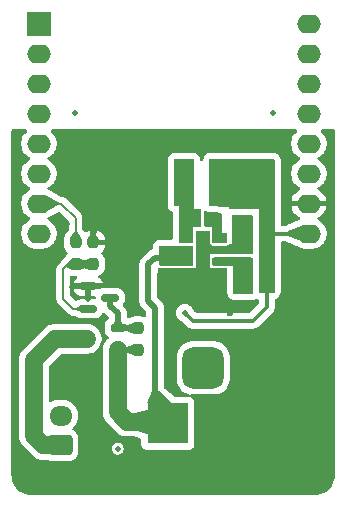
<source format=gbr>
%TF.GenerationSoftware,KiCad,Pcbnew,8.0.4-1.fc40*%
%TF.CreationDate,2024-08-22T17:25:05+02:00*%
%TF.ProjectId,WLED_Board,574c4544-5f42-46f6-9172-642e6b696361,rev?*%
%TF.SameCoordinates,Original*%
%TF.FileFunction,Copper,L4,Bot*%
%TF.FilePolarity,Positive*%
%FSLAX46Y46*%
G04 Gerber Fmt 4.6, Leading zero omitted, Abs format (unit mm)*
G04 Created by KiCad (PCBNEW 8.0.4-1.fc40) date 2024-08-22 17:25:05*
%MOMM*%
%LPD*%
G01*
G04 APERTURE LIST*
G04 Aperture macros list*
%AMRoundRect*
0 Rectangle with rounded corners*
0 $1 Rounding radius*
0 $2 $3 $4 $5 $6 $7 $8 $9 X,Y pos of 4 corners*
0 Add a 4 corners polygon primitive as box body*
4,1,4,$2,$3,$4,$5,$6,$7,$8,$9,$2,$3,0*
0 Add four circle primitives for the rounded corners*
1,1,$1+$1,$2,$3*
1,1,$1+$1,$4,$5*
1,1,$1+$1,$6,$7*
1,1,$1+$1,$8,$9*
0 Add four rect primitives between the rounded corners*
20,1,$1+$1,$2,$3,$4,$5,0*
20,1,$1+$1,$4,$5,$6,$7,0*
20,1,$1+$1,$6,$7,$8,$9,0*
20,1,$1+$1,$8,$9,$2,$3,0*%
G04 Aperture macros list end*
%TA.AperFunction,ComponentPad*%
%ADD10R,2.000000X2.000000*%
%TD*%
%TA.AperFunction,ComponentPad*%
%ADD11O,2.000000X1.600000*%
%TD*%
%TA.AperFunction,ComponentPad*%
%ADD12RoundRect,0.250000X0.725000X-0.600000X0.725000X0.600000X-0.725000X0.600000X-0.725000X-0.600000X0*%
%TD*%
%TA.AperFunction,ComponentPad*%
%ADD13O,1.950000X1.700000*%
%TD*%
%TA.AperFunction,ComponentPad*%
%ADD14R,3.500000X3.500000*%
%TD*%
%TA.AperFunction,ComponentPad*%
%ADD15RoundRect,0.750000X0.750000X1.000000X-0.750000X1.000000X-0.750000X-1.000000X0.750000X-1.000000X0*%
%TD*%
%TA.AperFunction,ComponentPad*%
%ADD16RoundRect,0.875000X0.875000X0.875000X-0.875000X0.875000X-0.875000X-0.875000X0.875000X-0.875000X0*%
%TD*%
%TA.AperFunction,SMDPad,CuDef*%
%ADD17R,1.500000X3.600000*%
%TD*%
%TA.AperFunction,SMDPad,CuDef*%
%ADD18RoundRect,0.150000X-0.587500X-0.150000X0.587500X-0.150000X0.587500X0.150000X-0.587500X0.150000X0*%
%TD*%
%TA.AperFunction,SMDPad,CuDef*%
%ADD19R,0.972299X0.558000*%
%TD*%
%TA.AperFunction,SMDPad,CuDef*%
%ADD20RoundRect,0.237500X0.237500X-0.250000X0.237500X0.250000X-0.237500X0.250000X-0.237500X-0.250000X0*%
%TD*%
%TA.AperFunction,SMDPad,CuDef*%
%ADD21RoundRect,0.250000X0.475000X-0.337500X0.475000X0.337500X-0.475000X0.337500X-0.475000X-0.337500X0*%
%TD*%
%TA.AperFunction,SMDPad,CuDef*%
%ADD22RoundRect,0.162500X0.447500X0.162500X-0.447500X0.162500X-0.447500X-0.162500X0.447500X-0.162500X0*%
%TD*%
%TA.AperFunction,SMDPad,CuDef*%
%ADD23RoundRect,0.237500X0.237500X-0.300000X0.237500X0.300000X-0.237500X0.300000X-0.237500X-0.300000X0*%
%TD*%
%TA.AperFunction,SMDPad,CuDef*%
%ADD24RoundRect,0.237500X0.250000X0.237500X-0.250000X0.237500X-0.250000X-0.237500X0.250000X-0.237500X0*%
%TD*%
%TA.AperFunction,SMDPad,CuDef*%
%ADD25RoundRect,0.237500X0.300000X0.237500X-0.300000X0.237500X-0.300000X-0.237500X0.300000X-0.237500X0*%
%TD*%
%TA.AperFunction,SMDPad,CuDef*%
%ADD26RoundRect,0.237500X-0.237500X0.250000X-0.237500X-0.250000X0.237500X-0.250000X0.237500X0.250000X0*%
%TD*%
%TA.AperFunction,SMDPad,CuDef*%
%ADD27C,0.500000*%
%TD*%
%TA.AperFunction,ViaPad*%
%ADD28C,0.500000*%
%TD*%
%TA.AperFunction,ViaPad*%
%ADD29C,0.600000*%
%TD*%
%TA.AperFunction,Conductor*%
%ADD30C,0.150000*%
%TD*%
%TA.AperFunction,Conductor*%
%ADD31C,0.520000*%
%TD*%
%TA.AperFunction,Conductor*%
%ADD32C,0.340000*%
%TD*%
%TA.AperFunction,Conductor*%
%ADD33C,1.500000*%
%TD*%
G04 APERTURE END LIST*
D10*
%TO.P,U2,1,~{RST}*%
%TO.N,unconnected-(U2-~{RST}-Pad1)*%
X84140000Y-88300000D03*
D11*
%TO.P,U2,2,A0*%
%TO.N,unconnected-(U2-A0-Pad2)*%
X84140000Y-90840000D03*
%TO.P,U2,3,D0*%
%TO.N,unconnected-(U2-D0-Pad3)*%
X84140000Y-93380000D03*
%TO.P,U2,4,SCK/D5*%
%TO.N,unconnected-(U2-SCK{slash}D5-Pad4)*%
X84140000Y-95920000D03*
%TO.P,U2,5,MISO/D6*%
%TO.N,unconnected-(U2-MISO{slash}D6-Pad5)*%
X84140000Y-98460000D03*
%TO.P,U2,6,MOSI/D7*%
%TO.N,unconnected-(U2-MOSI{slash}D7-Pad6)*%
X84140000Y-101000000D03*
%TO.P,U2,7,CS/D8*%
%TO.N,D1_Relay*%
X84140000Y-103540000D03*
%TO.P,U2,8,3V3*%
%TO.N,unconnected-(U2-3V3-Pad8)*%
X84140000Y-106080000D03*
%TO.P,U2,9,5V*%
%TO.N,+5V*%
X107000000Y-106080000D03*
%TO.P,U2,10,GND*%
%TO.N,GND*%
X107000000Y-103540000D03*
%TO.P,U2,11,D4*%
%TO.N,D1_data*%
X107000000Y-101000000D03*
%TO.P,U2,12,D3*%
%TO.N,unconnected-(U2-D3-Pad12)*%
X107000000Y-98460000D03*
%TO.P,U2,13,SDA/D2*%
%TO.N,unconnected-(U2-SDA{slash}D2-Pad13)*%
X107000000Y-95920000D03*
%TO.P,U2,14,SCL/D1*%
%TO.N,unconnected-(U2-SCL{slash}D1-Pad14)*%
X107000000Y-93380000D03*
%TO.P,U2,15,RX*%
%TO.N,unconnected-(U2-RX-Pad15)*%
X107000000Y-90840000D03*
%TO.P,U2,16,TX*%
%TO.N,unconnected-(U2-TX-Pad16)*%
X107000000Y-88300000D03*
%TD*%
D12*
%TO.P,J1,1,Pin_1*%
%TO.N,12V_switched*%
X85975000Y-124000000D03*
D13*
%TO.P,J1,2,Pin_2*%
%TO.N,/DATA_OUT*%
X85975000Y-121500000D03*
%TO.P,J1,3,Pin_3*%
%TO.N,GND*%
X85975000Y-119000000D03*
%TD*%
D14*
%TO.P,J2,1*%
%TO.N,+12V*%
X95049999Y-122157500D03*
D15*
%TO.P,J2,2*%
%TO.N,GND*%
X101049999Y-122157500D03*
D16*
%TO.P,J2,3*%
%TO.N,N/C*%
X98049999Y-117457500D03*
%TD*%
D17*
%TO.P,L1,1,1*%
%TO.N,+5V*%
X99474999Y-101750000D03*
%TO.P,L1,2,2*%
%TO.N,/BUCK_SW*%
X96424999Y-101750000D03*
%TD*%
D18*
%TO.P,Q1,1,E*%
%TO.N,GND*%
X88312500Y-110550000D03*
%TO.P,Q1,2,B*%
%TO.N,/PN_BIAS*%
X88312500Y-112450000D03*
%TO.P,Q1,3,C*%
%TO.N,/PMOS_BIAS*%
X90187500Y-111500000D03*
%TD*%
D19*
%TO.P,U1,1,CB*%
%TO.N,/BUCK_CB*%
X99362451Y-106549999D03*
%TO.P,U1,2,GND*%
%TO.N,GND*%
X99362451Y-107500000D03*
%TO.P,U1,3,FB*%
%TO.N,/BUCK_FB*%
X99362451Y-108450001D03*
%TO.P,U1,4,EN*%
%TO.N,+12V*%
X96637549Y-108450001D03*
%TO.P,U1,5,VIN*%
X96637549Y-107500000D03*
%TO.P,U1,6,SW*%
%TO.N,/BUCK_SW*%
X96637549Y-106549999D03*
%TD*%
D20*
%TO.P,R2,1*%
%TO.N,/BUCK_FB*%
X101362451Y-108912500D03*
%TO.P,R2,2*%
%TO.N,GND*%
X101362451Y-107087500D03*
%TD*%
D21*
%TO.P,C1,1*%
%TO.N,GND*%
X101500000Y-105287500D03*
%TO.P,C1,2*%
%TO.N,+5V*%
X101500000Y-103212500D03*
%TD*%
D22*
%TO.P,Q2,1,G*%
%TO.N,/PMOS_BIAS*%
X90810000Y-114050000D03*
%TO.P,Q2,2,S*%
%TO.N,+12V*%
X90810000Y-115950000D03*
%TO.P,Q2,3,D*%
%TO.N,12V_switched*%
X88190000Y-115000000D03*
%TD*%
D23*
%TO.P,C3,1*%
%TO.N,GND*%
X95000000Y-109862500D03*
%TO.P,C3,2*%
%TO.N,+12V*%
X95000000Y-108137500D03*
%TD*%
D24*
%TO.P,R1,1*%
%TO.N,+5V*%
X103412499Y-110450001D03*
%TO.P,R1,2*%
%TO.N,/BUCK_FB*%
X101587499Y-110450001D03*
%TD*%
D25*
%TO.P,C2,1*%
%TO.N,/BUCK_CB*%
X98862500Y-104750000D03*
%TO.P,C2,2*%
%TO.N,/BUCK_SW*%
X97137500Y-104750000D03*
%TD*%
D26*
%TO.P,R4,1*%
%TO.N,D1_Relay*%
X87250000Y-106837500D03*
%TO.P,R4,2*%
%TO.N,/PN_BIAS*%
X87250000Y-108662500D03*
%TD*%
D27*
%TO.P,FID4,*%
%TO.N,*%
X103949999Y-95850000D03*
%TD*%
D20*
%TO.P,R5,1*%
%TO.N,/PN_BIAS*%
X88750000Y-108662500D03*
%TO.P,R5,2*%
%TO.N,GND*%
X88750000Y-106837500D03*
%TD*%
%TO.P,R6,1*%
%TO.N,+12V*%
X92500000Y-115912500D03*
%TO.P,R6,2*%
%TO.N,/PMOS_BIAS*%
X92500000Y-114087500D03*
%TD*%
D27*
%TO.P,FID6,*%
%TO.N,*%
X90799999Y-124300000D03*
%TD*%
%TO.P,FID5,*%
%TO.N,*%
X87149999Y-95900000D03*
%TD*%
D28*
%TO.N,GND*%
X88299999Y-111600000D03*
X98499999Y-125950000D03*
X82099999Y-113150000D03*
X95599999Y-97950000D03*
X108849999Y-111300000D03*
X108649999Y-126800000D03*
X91499999Y-112250000D03*
X89449999Y-97950000D03*
X102249999Y-112000000D03*
X94549999Y-127800000D03*
X108849999Y-112950000D03*
X86499999Y-105250000D03*
X108899999Y-114750000D03*
X104499999Y-114500000D03*
X102049999Y-118850000D03*
X91049999Y-97950000D03*
X82149999Y-118750000D03*
X89999999Y-101000000D03*
X88249999Y-117950000D03*
X84799999Y-127800000D03*
X101049999Y-127900000D03*
X106649999Y-126350000D03*
X82099999Y-102700000D03*
X104649999Y-121850000D03*
D29*
X92199999Y-108900000D03*
D28*
X108849999Y-124300000D03*
X94199999Y-97950000D03*
X98249999Y-97950000D03*
X102399999Y-127900000D03*
X82099999Y-109900000D03*
X82249999Y-125250000D03*
X87049999Y-116850000D03*
X108899999Y-103350000D03*
X106599999Y-117950000D03*
X92799999Y-97950000D03*
X104499999Y-126350000D03*
X102099999Y-97950000D03*
X82099999Y-111450000D03*
X108849999Y-107550000D03*
X94999999Y-126000000D03*
X106599999Y-120950000D03*
X88649999Y-121150000D03*
X87799999Y-127800000D03*
X107649999Y-127750000D03*
X108849999Y-120550000D03*
X90649999Y-127800000D03*
X82099999Y-114850000D03*
X103699999Y-127900000D03*
X101749999Y-99000000D03*
X98399999Y-127850000D03*
X95499999Y-113750000D03*
X108849999Y-116400000D03*
X108899999Y-97850000D03*
X87999999Y-102250000D03*
X82399999Y-126850000D03*
X86099999Y-107800000D03*
X106599999Y-109400000D03*
X101499999Y-125750000D03*
X105049999Y-127950000D03*
X82149999Y-101050000D03*
X82149999Y-98100000D03*
X87849999Y-97950000D03*
X89349999Y-127800000D03*
X101899999Y-115050000D03*
X108849999Y-123050000D03*
X100399999Y-107500000D03*
X108849999Y-117700000D03*
X84049999Y-111800000D03*
X85299999Y-110250000D03*
X106599999Y-115050000D03*
X108849999Y-125550000D03*
X82149999Y-104500000D03*
X86299999Y-127800000D03*
X82099999Y-106450000D03*
X84099999Y-108750000D03*
X87999999Y-100000000D03*
X91249999Y-102250000D03*
X99699999Y-127900000D03*
X108899999Y-101700000D03*
X82149999Y-99600000D03*
X91399999Y-125900000D03*
X103249999Y-97950000D03*
X104449999Y-118250000D03*
X108849999Y-109350000D03*
X97999999Y-106600000D03*
X88849999Y-123700000D03*
X83349999Y-127750000D03*
X99549999Y-97950000D03*
X108849999Y-121850000D03*
X92499999Y-100000000D03*
X108849999Y-100100000D03*
X106449999Y-127950000D03*
X86599999Y-97900000D03*
X82099999Y-108200000D03*
X96699999Y-109500000D03*
X86899999Y-110600000D03*
X108899999Y-105550000D03*
X88899999Y-125850000D03*
X91899999Y-127800000D03*
X93249999Y-127800000D03*
X82099999Y-120700000D03*
X98299999Y-122100000D03*
X95849999Y-127800000D03*
D29*
X88750000Y-105800000D03*
D28*
X82149999Y-117050000D03*
X108849999Y-119200000D03*
X104549999Y-119950000D03*
X93249999Y-107000000D03*
X104549999Y-124050000D03*
X99199999Y-109500000D03*
X101999999Y-116900000D03*
X97149999Y-127800000D03*
X82099999Y-122800000D03*
X104399999Y-97950000D03*
X96999999Y-97950000D03*
X106549999Y-112200000D03*
D29*
X100299999Y-112800000D03*
D28*
X97999999Y-108400000D03*
X106699999Y-123750000D03*
X94499999Y-106250000D03*
X100849999Y-97950000D03*
X104499999Y-115500000D03*
X90999999Y-110250000D03*
X89499999Y-104000000D03*
%TO.N,+5V*%
X96499999Y-112800000D03*
X101749999Y-100000000D03*
%TD*%
D30*
%TO.N,/PN_BIAS*%
X88312500Y-112450000D02*
X87049999Y-112450000D01*
X87049999Y-112450000D02*
X86199999Y-111600000D01*
X86199999Y-111600000D02*
X86199999Y-109100000D01*
X86199999Y-109100000D02*
X86637499Y-108662500D01*
X86637499Y-108662500D02*
X87250000Y-108662500D01*
D31*
%TO.N,GND*%
X88750000Y-105800000D02*
X88750000Y-106837500D01*
D32*
%TO.N,+5V*%
X102229999Y-113470000D02*
X103412499Y-112287500D01*
X97169999Y-113470000D02*
X102229999Y-113470000D01*
X96499999Y-112800000D02*
X97169999Y-113470000D01*
X103679999Y-106080000D02*
X103499999Y-105900000D01*
X107000000Y-106080000D02*
X103679999Y-106080000D01*
X103412499Y-112287500D02*
X103412499Y-110450001D01*
D31*
%TO.N,+12V*%
X93399999Y-108700000D02*
X93399999Y-111800000D01*
X93962499Y-108137500D02*
X93399999Y-108700000D01*
X92500000Y-115912500D02*
X90847500Y-115912500D01*
D33*
X90810000Y-115950000D02*
X90810000Y-121210001D01*
X90810000Y-121210001D02*
X91599999Y-122000000D01*
D31*
X94000000Y-112400001D02*
X94000000Y-122000000D01*
X90847500Y-115912500D02*
X90810000Y-115950000D01*
X95000000Y-108137500D02*
X93962499Y-108137500D01*
D33*
X91599999Y-122000000D02*
X94000000Y-122000000D01*
D31*
X93399999Y-111800000D02*
X94000000Y-112400001D01*
D33*
%TO.N,12V_switched*%
X83699999Y-116800000D02*
X83699999Y-123200000D01*
X84499999Y-124000000D02*
X85975000Y-124000000D01*
X83699999Y-123200000D02*
X84499999Y-124000000D01*
X85499999Y-115000000D02*
X83699999Y-116800000D01*
X88190000Y-115000000D02*
X85499999Y-115000000D01*
D31*
%TO.N,/PN_BIAS*%
X88750000Y-108662500D02*
X87250000Y-108662500D01*
D30*
%TO.N,D1_Relay*%
X87250000Y-106837500D02*
X87250000Y-104750001D01*
X86039999Y-103540000D02*
X84140000Y-103540000D01*
X87250000Y-104750001D02*
X86039999Y-103540000D01*
D31*
%TO.N,/PMOS_BIAS*%
X90810000Y-112810001D02*
X90810000Y-114050000D01*
X92462500Y-114050000D02*
X92500000Y-114087500D01*
X90187500Y-111500000D02*
X90187500Y-112187501D01*
X90187500Y-112187501D02*
X90810000Y-112810001D01*
X90810000Y-114050000D02*
X92462500Y-114050000D01*
%TD*%
%TA.AperFunction,Conductor*%
%TO.N,/BUCK_CB*%
G36*
X98310699Y-104160169D02*
G01*
X98333663Y-104180067D01*
X98464540Y-104239838D01*
X98531579Y-104259523D01*
X98531583Y-104259524D01*
X98673999Y-104280000D01*
X99179609Y-104280000D01*
X99192206Y-104280642D01*
X99206378Y-104282089D01*
X99213420Y-104282808D01*
X99230292Y-104285720D01*
X99259020Y-104292750D01*
X99298023Y-104299044D01*
X99320701Y-104300862D01*
X99378546Y-104305500D01*
X99378555Y-104305500D01*
X99475999Y-104305500D01*
X99543038Y-104325185D01*
X99588793Y-104377989D01*
X99599999Y-104429500D01*
X99599999Y-106000000D01*
X99975999Y-106000000D01*
X100043038Y-106019685D01*
X100088793Y-106072489D01*
X100099999Y-106124000D01*
X100099999Y-106776000D01*
X100080314Y-106843039D01*
X100027510Y-106888794D01*
X99975999Y-106900000D01*
X98923999Y-106900000D01*
X98856960Y-106880315D01*
X98811205Y-106827511D01*
X98799999Y-106776000D01*
X98799999Y-105500000D01*
X98229499Y-105500000D01*
X98162460Y-105480315D01*
X98116705Y-105427511D01*
X98105499Y-105376000D01*
X98105499Y-104253883D01*
X98125184Y-104186844D01*
X98177988Y-104141089D01*
X98247146Y-104131145D01*
X98310699Y-104160169D01*
G37*
%TD.AperFunction*%
%TD*%
%TA.AperFunction,Conductor*%
%TO.N,GND*%
G36*
X102187538Y-104525185D02*
G01*
X102233293Y-104577989D01*
X102244499Y-104629500D01*
X102244499Y-107770500D01*
X102235837Y-107800000D01*
X98599999Y-107800000D01*
X98599999Y-108185750D01*
X98594499Y-108224003D01*
X98594499Y-108676007D01*
X98599196Y-108719686D01*
X98599999Y-108723377D01*
X98599999Y-109000000D01*
X98885748Y-109000000D01*
X98923999Y-109005500D01*
X100099999Y-109005500D01*
X100099999Y-110600000D01*
X94199999Y-110600000D01*
X94199999Y-109000000D01*
X94385748Y-109000000D01*
X94423999Y-109005500D01*
X94424003Y-109005500D01*
X97075990Y-109005500D01*
X97075999Y-109005500D01*
X97119683Y-109000803D01*
X97123374Y-109000000D01*
X97399999Y-109000000D01*
X97399999Y-108714250D01*
X97405499Y-108676000D01*
X97405499Y-107224000D01*
X97400802Y-107180316D01*
X97399999Y-107176624D01*
X97399999Y-106808750D01*
X97405499Y-106770500D01*
X97405499Y-105900000D01*
X98594499Y-105900000D01*
X98594499Y-106776007D01*
X98599196Y-106819686D01*
X98599999Y-106823377D01*
X98599999Y-107000000D01*
X98688752Y-107000000D01*
X98701659Y-107014895D01*
X98719241Y-107032839D01*
X98719245Y-107032843D01*
X98719246Y-107032844D01*
X98719248Y-107032845D01*
X98799058Y-107077488D01*
X98799062Y-107077490D01*
X98866101Y-107097175D01*
X98923999Y-107105500D01*
X98924003Y-107105500D01*
X99975990Y-107105500D01*
X99975999Y-107105500D01*
X100019683Y-107100803D01*
X100048874Y-107094452D01*
X100071173Y-107089602D01*
X100071189Y-107089598D01*
X100071194Y-107089597D01*
X100081372Y-107087110D01*
X100162084Y-107044100D01*
X100212978Y-107000000D01*
X100499999Y-107000000D01*
X100499999Y-104505500D01*
X102120499Y-104505500D01*
X102187538Y-104525185D01*
G37*
%TD.AperFunction*%
%TD*%
%TA.AperFunction,Conductor*%
%TO.N,/BUCK_FB*%
G36*
X102187538Y-108119685D02*
G01*
X102233293Y-108172489D01*
X102244499Y-108224000D01*
X102244499Y-111026005D01*
X102246331Y-111043044D01*
X102248449Y-111062745D01*
X102236046Y-111131503D01*
X102188436Y-111182641D01*
X102125161Y-111200000D01*
X100723999Y-111200000D01*
X100656960Y-111180315D01*
X100611205Y-111127511D01*
X100599999Y-111076000D01*
X100599999Y-108800000D01*
X98923999Y-108800000D01*
X98856960Y-108780315D01*
X98811205Y-108727511D01*
X98799999Y-108676000D01*
X98799999Y-108224000D01*
X98819684Y-108156961D01*
X98872488Y-108111206D01*
X98923999Y-108100000D01*
X102120499Y-108100000D01*
X102187538Y-108119685D01*
G37*
%TD.AperFunction*%
%TD*%
%TA.AperFunction,Conductor*%
%TO.N,/BUCK_SW*%
G36*
X97243038Y-99769685D02*
G01*
X97288793Y-99822489D01*
X97299999Y-99874000D01*
X97299999Y-104000000D01*
X97775999Y-104000000D01*
X97843038Y-104019685D01*
X97888793Y-104072489D01*
X97899999Y-104124000D01*
X97899999Y-105376000D01*
X97880314Y-105443039D01*
X97827510Y-105488794D01*
X97775999Y-105500000D01*
X97199999Y-105500000D01*
X97199999Y-106770500D01*
X97180314Y-106837539D01*
X97127510Y-106883294D01*
X97075999Y-106894500D01*
X96123999Y-106894500D01*
X96056960Y-106874815D01*
X96011205Y-106822011D01*
X95999999Y-106770500D01*
X95999999Y-103750000D01*
X95673999Y-103750000D01*
X95606960Y-103730315D01*
X95561205Y-103677511D01*
X95549999Y-103626000D01*
X95549999Y-99874000D01*
X95569684Y-99806961D01*
X95622488Y-99761206D01*
X95673999Y-99750000D01*
X97175999Y-99750000D01*
X97243038Y-99769685D01*
G37*
%TD.AperFunction*%
%TD*%
%TA.AperFunction,Conductor*%
%TO.N,+5V*%
G36*
X101710335Y-99750779D02*
G01*
X101728524Y-99752829D01*
X101749998Y-99755249D01*
X101749999Y-99755249D01*
X101750000Y-99755249D01*
X101771473Y-99752829D01*
X101789662Y-99750779D01*
X101803546Y-99750000D01*
X103975999Y-99750000D01*
X104043038Y-99769685D01*
X104088793Y-99822489D01*
X104099999Y-99874000D01*
X104099999Y-111026000D01*
X104080314Y-111093039D01*
X104027510Y-111138794D01*
X103975999Y-111150000D01*
X102873999Y-111150000D01*
X102806960Y-111130315D01*
X102761205Y-111077511D01*
X102749999Y-111026000D01*
X102749999Y-104000000D01*
X100373999Y-104000000D01*
X100306960Y-103980315D01*
X100261205Y-103927511D01*
X100249999Y-103876000D01*
X100249999Y-103800000D01*
X99378555Y-103800000D01*
X99339552Y-103793706D01*
X99312755Y-103784826D01*
X99312751Y-103784825D01*
X99211684Y-103774500D01*
X98673999Y-103774500D01*
X98606960Y-103754815D01*
X98561205Y-103702011D01*
X98549999Y-103650500D01*
X98549999Y-99874000D01*
X98569684Y-99806961D01*
X98622488Y-99761206D01*
X98673999Y-99750000D01*
X101696452Y-99750000D01*
X101710335Y-99750779D01*
G37*
%TD.AperFunction*%
%TD*%
%TA.AperFunction,Conductor*%
%TO.N,+12V*%
G36*
X97143038Y-107119685D02*
G01*
X97188793Y-107172489D01*
X97199999Y-107224000D01*
X97199999Y-108676000D01*
X97180314Y-108743039D01*
X97127510Y-108788794D01*
X97075999Y-108800000D01*
X94423999Y-108800000D01*
X94356960Y-108780315D01*
X94311205Y-108727511D01*
X94299999Y-108676000D01*
X94299999Y-107224000D01*
X94319684Y-107156961D01*
X94372488Y-107111206D01*
X94423999Y-107100000D01*
X97075999Y-107100000D01*
X97143038Y-107119685D01*
G37*
%TD.AperFunction*%
%TD*%
%TA.AperFunction,Conductor*%
%TO.N,GND*%
G36*
X83078988Y-97269685D02*
G01*
X83124743Y-97322489D01*
X83134687Y-97391647D01*
X83105662Y-97455203D01*
X83096218Y-97464581D01*
X83096226Y-97464589D01*
X82948032Y-97612782D01*
X82948028Y-97612786D01*
X82827715Y-97778386D01*
X82734781Y-97960776D01*
X82671522Y-98155465D01*
X82639500Y-98357648D01*
X82639500Y-98562351D01*
X82671522Y-98764534D01*
X82734781Y-98959223D01*
X82827715Y-99141613D01*
X82948028Y-99307213D01*
X83092786Y-99451971D01*
X83205235Y-99533668D01*
X83258390Y-99572287D01*
X83349840Y-99618883D01*
X83351080Y-99619515D01*
X83401876Y-99667490D01*
X83418671Y-99735311D01*
X83396134Y-99801446D01*
X83351080Y-99840485D01*
X83258386Y-99887715D01*
X83092786Y-100008028D01*
X82948028Y-100152786D01*
X82827715Y-100318386D01*
X82734781Y-100500776D01*
X82671522Y-100695465D01*
X82639500Y-100897648D01*
X82639500Y-101102351D01*
X82671522Y-101304534D01*
X82734781Y-101499223D01*
X82827715Y-101681613D01*
X82948028Y-101847213D01*
X83092786Y-101991971D01*
X83247749Y-102104556D01*
X83258390Y-102112287D01*
X83349840Y-102158883D01*
X83351080Y-102159515D01*
X83401876Y-102207490D01*
X83418671Y-102275311D01*
X83396134Y-102341446D01*
X83351080Y-102380485D01*
X83258386Y-102427715D01*
X83092786Y-102548028D01*
X82948028Y-102692786D01*
X82827715Y-102858386D01*
X82734781Y-103040776D01*
X82671522Y-103235465D01*
X82639500Y-103437648D01*
X82639500Y-103642351D01*
X82671522Y-103844534D01*
X82734781Y-104039223D01*
X82794062Y-104155566D01*
X82824517Y-104215338D01*
X82827715Y-104221613D01*
X82948028Y-104387213D01*
X83092786Y-104531971D01*
X83247749Y-104644556D01*
X83258390Y-104652287D01*
X83349840Y-104698883D01*
X83351080Y-104699515D01*
X83401876Y-104747490D01*
X83418671Y-104815311D01*
X83396134Y-104881446D01*
X83351080Y-104920485D01*
X83258386Y-104967715D01*
X83092786Y-105088028D01*
X82948028Y-105232786D01*
X82827715Y-105398386D01*
X82734781Y-105580776D01*
X82671522Y-105775465D01*
X82639500Y-105977648D01*
X82639500Y-106182351D01*
X82671522Y-106384534D01*
X82734781Y-106579223D01*
X82771549Y-106651383D01*
X82827281Y-106760763D01*
X82827715Y-106761613D01*
X82948028Y-106927213D01*
X83092786Y-107071971D01*
X83211945Y-107158543D01*
X83258390Y-107192287D01*
X83347424Y-107237652D01*
X83440776Y-107285218D01*
X83440778Y-107285218D01*
X83440781Y-107285220D01*
X83489572Y-107301073D01*
X83635465Y-107348477D01*
X83736557Y-107364488D01*
X83837648Y-107380500D01*
X83837649Y-107380500D01*
X84442351Y-107380500D01*
X84442352Y-107380500D01*
X84644534Y-107348477D01*
X84839219Y-107285220D01*
X85021610Y-107192287D01*
X85125872Y-107116537D01*
X85187213Y-107071971D01*
X85187215Y-107071968D01*
X85187219Y-107071966D01*
X85331966Y-106927219D01*
X85331968Y-106927215D01*
X85331971Y-106927213D01*
X85384732Y-106854590D01*
X85452287Y-106761610D01*
X85545220Y-106579219D01*
X85608477Y-106384534D01*
X85640500Y-106182352D01*
X85640500Y-105977648D01*
X85630506Y-105914550D01*
X85608477Y-105775465D01*
X85579127Y-105685137D01*
X85545220Y-105580781D01*
X85545218Y-105580778D01*
X85545218Y-105580776D01*
X85510744Y-105513118D01*
X85452287Y-105398390D01*
X85407693Y-105337011D01*
X85331971Y-105232786D01*
X85187213Y-105088028D01*
X85021610Y-104967712D01*
X85021608Y-104967711D01*
X84928919Y-104920483D01*
X84878123Y-104872509D01*
X84861328Y-104804688D01*
X84883866Y-104738553D01*
X84928917Y-104699516D01*
X85021610Y-104652287D01*
X85021627Y-104652274D01*
X85024731Y-104650372D01*
X85032532Y-104645969D01*
X85808297Y-104244418D01*
X85876882Y-104231083D01*
X85941789Y-104256945D01*
X85952979Y-104266860D01*
X86638181Y-104952062D01*
X86671666Y-105013385D01*
X86674500Y-105039743D01*
X86674500Y-105688928D01*
X86656152Y-105753841D01*
X86367964Y-106222894D01*
X86352527Y-106249841D01*
X86352182Y-106250587D01*
X86345199Y-106263581D01*
X86339092Y-106273484D01*
X86284826Y-106437247D01*
X86284826Y-106437248D01*
X86284825Y-106437248D01*
X86274500Y-106538315D01*
X86274500Y-107136669D01*
X86274501Y-107136687D01*
X86284825Y-107237752D01*
X86288884Y-107250000D01*
X86339020Y-107401300D01*
X86339092Y-107401515D01*
X86339093Y-107401518D01*
X86346710Y-107413867D01*
X86429464Y-107548033D01*
X86429661Y-107548351D01*
X86543628Y-107662318D01*
X86577113Y-107723641D01*
X86572129Y-107793333D01*
X86543629Y-107837680D01*
X86429661Y-107951648D01*
X86410065Y-107983417D01*
X86399493Y-107998051D01*
X85965597Y-108514828D01*
X85949156Y-108535726D01*
X85939385Y-108546731D01*
X85846634Y-108639484D01*
X85846634Y-108639485D01*
X85739484Y-108746635D01*
X85663718Y-108877863D01*
X85626615Y-109016336D01*
X85624499Y-109024234D01*
X85624499Y-111524234D01*
X85624499Y-111675766D01*
X85636388Y-111720136D01*
X85663718Y-111822136D01*
X85694184Y-111874903D01*
X85739484Y-111953365D01*
X86589484Y-112803365D01*
X86696634Y-112910515D01*
X86827864Y-112986281D01*
X86974233Y-113025500D01*
X87105660Y-113025500D01*
X87164917Y-113040575D01*
X87420945Y-113179860D01*
X87451135Y-113195000D01*
X87452547Y-113195650D01*
X87452549Y-113195650D01*
X87454638Y-113196612D01*
X87463627Y-113201322D01*
X87464598Y-113201741D01*
X87464602Y-113201744D01*
X87486643Y-113208147D01*
X87493944Y-113210516D01*
X87534888Y-113225220D01*
X87542049Y-113226049D01*
X87562363Y-113230146D01*
X87622431Y-113247598D01*
X87659306Y-113250500D01*
X87659314Y-113250500D01*
X88965686Y-113250500D01*
X88965694Y-113250500D01*
X89002569Y-113247598D01*
X89002571Y-113247597D01*
X89002573Y-113247597D01*
X89072620Y-113227246D01*
X89160398Y-113201744D01*
X89301865Y-113118081D01*
X89418081Y-113001865D01*
X89501744Y-112860398D01*
X89506989Y-112842341D01*
X89544596Y-112783458D01*
X89608068Y-112754251D01*
X89677255Y-112763997D01*
X89713747Y-112789257D01*
X90013181Y-113088691D01*
X90046666Y-113150014D01*
X90049500Y-113176372D01*
X90049500Y-113232047D01*
X90029815Y-113299086D01*
X89989652Y-113338163D01*
X89950608Y-113361766D01*
X89836766Y-113475608D01*
X89753469Y-113613397D01*
X89705569Y-113767116D01*
X89699500Y-113833911D01*
X89699500Y-114266098D01*
X89705568Y-114332882D01*
X89705571Y-114332893D01*
X89753467Y-114486598D01*
X89836766Y-114624391D01*
X89950608Y-114738233D01*
X89950610Y-114738234D01*
X89950612Y-114738236D01*
X90008959Y-114773508D01*
X90056144Y-114825034D01*
X90067983Y-114893893D01*
X90040714Y-114958222D01*
X90017696Y-114979938D01*
X89995360Y-114996167D01*
X89995351Y-114996174D01*
X89856174Y-115135351D01*
X89856174Y-115135352D01*
X89856172Y-115135354D01*
X89806485Y-115203741D01*
X89740476Y-115294594D01*
X89651117Y-115469970D01*
X89590290Y-115657173D01*
X89559500Y-115851577D01*
X89559500Y-121308423D01*
X89590290Y-121502827D01*
X89651117Y-121690031D01*
X89715424Y-121816239D01*
X89740476Y-121865406D01*
X89856172Y-122024647D01*
X90646170Y-122814645D01*
X90646171Y-122814646D01*
X90785353Y-122953828D01*
X90944594Y-123069524D01*
X91007514Y-123101583D01*
X91119978Y-123158886D01*
X91204222Y-123186258D01*
X91246345Y-123199944D01*
X91246346Y-123199945D01*
X91246347Y-123199945D01*
X91307172Y-123219709D01*
X91380075Y-123231255D01*
X91501577Y-123250500D01*
X91501582Y-123250500D01*
X92188803Y-123250500D01*
X92225399Y-123256023D01*
X92712097Y-123406358D01*
X92770339Y-123444950D01*
X92798472Y-123508906D01*
X92799499Y-123524834D01*
X92799499Y-123955370D01*
X92799500Y-123955376D01*
X92805907Y-124014983D01*
X92856201Y-124149828D01*
X92856205Y-124149835D01*
X92942451Y-124265044D01*
X92942454Y-124265047D01*
X93057663Y-124351293D01*
X93057670Y-124351297D01*
X93192516Y-124401591D01*
X93192515Y-124401591D01*
X93199443Y-124402335D01*
X93252126Y-124408000D01*
X96847871Y-124407999D01*
X96907482Y-124401591D01*
X97042330Y-124351296D01*
X97157545Y-124265046D01*
X97243795Y-124149831D01*
X97294090Y-124014983D01*
X97300499Y-123955373D01*
X97300498Y-120359628D01*
X97294090Y-120300017D01*
X97290380Y-120290071D01*
X97243796Y-120165171D01*
X97243792Y-120165164D01*
X97157546Y-120049955D01*
X97157543Y-120049952D01*
X97042334Y-119963706D01*
X97042327Y-119963702D01*
X96995060Y-119946073D01*
X96939126Y-119904202D01*
X96914709Y-119838738D01*
X96929561Y-119770465D01*
X96978966Y-119721059D01*
X97044971Y-119706066D01*
X97058052Y-119706761D01*
X97081348Y-119707999D01*
X97081368Y-119707999D01*
X97081377Y-119708000D01*
X97081385Y-119708000D01*
X99018613Y-119708000D01*
X99018621Y-119708000D01*
X99071240Y-119705205D01*
X99301125Y-119660745D01*
X99520189Y-119578074D01*
X99722131Y-119459570D01*
X99901141Y-119308642D01*
X100052069Y-119129632D01*
X100170573Y-118927690D01*
X100253244Y-118708626D01*
X100297704Y-118478741D01*
X100300499Y-118426122D01*
X100300499Y-116488878D01*
X100297704Y-116436259D01*
X100253244Y-116206374D01*
X100170573Y-115987310D01*
X100052069Y-115785368D01*
X100052064Y-115785361D01*
X99901142Y-115606358D01*
X99901140Y-115606356D01*
X99722137Y-115455434D01*
X99722130Y-115455429D01*
X99520188Y-115336925D01*
X99408016Y-115294594D01*
X99301125Y-115254255D01*
X99301120Y-115254254D01*
X99071242Y-115209795D01*
X99018651Y-115207001D01*
X99018628Y-115207000D01*
X99018621Y-115207000D01*
X97081377Y-115207000D01*
X97081369Y-115207000D01*
X97081346Y-115207001D01*
X97028755Y-115209795D01*
X97028754Y-115209795D01*
X96798877Y-115254254D01*
X96798875Y-115254254D01*
X96798873Y-115254255D01*
X96724932Y-115282159D01*
X96579809Y-115336925D01*
X96377867Y-115455429D01*
X96377860Y-115455434D01*
X96198857Y-115606356D01*
X96198855Y-115606358D01*
X96047933Y-115785361D01*
X96047928Y-115785368D01*
X95929424Y-115987310D01*
X95874658Y-116132433D01*
X95846754Y-116206374D01*
X95846753Y-116206376D01*
X95846753Y-116206378D01*
X95802294Y-116436255D01*
X95802294Y-116436256D01*
X95799500Y-116488847D01*
X95799499Y-116488886D01*
X95799499Y-118426113D01*
X95799500Y-118426152D01*
X95802294Y-118478743D01*
X95802294Y-118478744D01*
X95846753Y-118708621D01*
X95846754Y-118708626D01*
X95895325Y-118837332D01*
X95929424Y-118927689D01*
X96047928Y-119129631D01*
X96047933Y-119129638D01*
X96198855Y-119308641D01*
X96198857Y-119308643D01*
X96377860Y-119459565D01*
X96377867Y-119459570D01*
X96579809Y-119578074D01*
X96798873Y-119660745D01*
X96798877Y-119660745D01*
X96798878Y-119660746D01*
X96801514Y-119661256D01*
X96802531Y-119661781D01*
X96803949Y-119662183D01*
X96803867Y-119662471D01*
X96863596Y-119693312D01*
X96898492Y-119753843D01*
X96895123Y-119823631D01*
X96854559Y-119880519D01*
X96789677Y-119906446D01*
X96777969Y-119907000D01*
X95687079Y-119907000D01*
X95620040Y-119887315D01*
X95607385Y-119877999D01*
X94804806Y-119204718D01*
X94766097Y-119146551D01*
X94760500Y-119109719D01*
X94760500Y-112481038D01*
X94760501Y-112481017D01*
X94760501Y-112325096D01*
X94760500Y-112325094D01*
X94742280Y-112233498D01*
X94731275Y-112178171D01*
X94695327Y-112091384D01*
X94673948Y-112039770D01*
X94627261Y-111969899D01*
X94627260Y-111969898D01*
X94616214Y-111953367D01*
X94590719Y-111915210D01*
X94590717Y-111915207D01*
X94481695Y-111806185D01*
X94481664Y-111806156D01*
X94196818Y-111521310D01*
X94163333Y-111459987D01*
X94160499Y-111433629D01*
X94160499Y-109410718D01*
X94180184Y-109343679D01*
X94232988Y-109297924D01*
X94302144Y-109287980D01*
X94423999Y-109305500D01*
X94424002Y-109305500D01*
X97075989Y-109305500D01*
X97075999Y-109305500D01*
X97183455Y-109293947D01*
X97234966Y-109282741D01*
X97269196Y-109271347D01*
X97337496Y-109248616D01*
X97337500Y-109248613D01*
X97337503Y-109248613D01*
X97458542Y-109170825D01*
X97511346Y-109125070D01*
X97605566Y-109016336D01*
X97665337Y-108885459D01*
X97685022Y-108818420D01*
X97685023Y-108818416D01*
X97705499Y-108676000D01*
X97705499Y-107224000D01*
X97693946Y-107116544D01*
X97682740Y-107065033D01*
X97672483Y-107034219D01*
X97669989Y-106964396D01*
X97671153Y-106960151D01*
X97685022Y-106912920D01*
X97685023Y-106912916D01*
X97705499Y-106770500D01*
X97705499Y-106124462D01*
X97725184Y-106057423D01*
X97777988Y-106011668D01*
X97816237Y-106001173D01*
X97883455Y-105993947D01*
X97934966Y-105982741D01*
X97934981Y-105982735D01*
X97934985Y-105982735D01*
X97965777Y-105972486D01*
X98035602Y-105969990D01*
X98039847Y-105971154D01*
X98087079Y-105985023D01*
X98087083Y-105985024D01*
X98188145Y-105999554D01*
X98251701Y-106028579D01*
X98289476Y-106087357D01*
X98294499Y-106122292D01*
X98294499Y-106776000D01*
X98294500Y-106776009D01*
X98306051Y-106883450D01*
X98306053Y-106883462D01*
X98317259Y-106934972D01*
X98351382Y-107037497D01*
X98351385Y-107037503D01*
X98361575Y-107053358D01*
X98381260Y-107120397D01*
X98380549Y-107133654D01*
X98376301Y-107173155D01*
X98376301Y-107250000D01*
X98473286Y-107250000D01*
X98540325Y-107269685D01*
X98554487Y-107280285D01*
X98560182Y-107285220D01*
X98583663Y-107305567D01*
X98583667Y-107305569D01*
X98714535Y-107365336D01*
X98714536Y-107365336D01*
X98714540Y-107365338D01*
X98763527Y-107379722D01*
X98822305Y-107417497D01*
X98851329Y-107481053D01*
X98841385Y-107550211D01*
X98795630Y-107603015D01*
X98767751Y-107616353D01*
X98662499Y-107651384D01*
X98662495Y-107651386D01*
X98539681Y-107730315D01*
X98472641Y-107750000D01*
X98376301Y-107750000D01*
X98376301Y-107826831D01*
X98381065Y-107871146D01*
X98370570Y-107935911D01*
X98334661Y-108014540D01*
X98314975Y-108081582D01*
X98301324Y-108176528D01*
X98294499Y-108224000D01*
X98294499Y-108676000D01*
X98294500Y-108676009D01*
X98306051Y-108783450D01*
X98306053Y-108783462D01*
X98317259Y-108834972D01*
X98351382Y-108937497D01*
X98351385Y-108937503D01*
X98429170Y-109058537D01*
X98429178Y-109058548D01*
X98474922Y-109111340D01*
X98474925Y-109111343D01*
X98474929Y-109111347D01*
X98583663Y-109205567D01*
X98583666Y-109205568D01*
X98583667Y-109205569D01*
X98677924Y-109248616D01*
X98714540Y-109265338D01*
X98781579Y-109285023D01*
X98781583Y-109285024D01*
X98923999Y-109305500D01*
X99970499Y-109305500D01*
X100037538Y-109325185D01*
X100083293Y-109377989D01*
X100094499Y-109429500D01*
X100094499Y-111076000D01*
X100094500Y-111076009D01*
X100106051Y-111183450D01*
X100106053Y-111183462D01*
X100117259Y-111234972D01*
X100151382Y-111337497D01*
X100151385Y-111337503D01*
X100229170Y-111458537D01*
X100229178Y-111458548D01*
X100274922Y-111511340D01*
X100274925Y-111511343D01*
X100274929Y-111511347D01*
X100383663Y-111605567D01*
X100383666Y-111605568D01*
X100383667Y-111605569D01*
X100493974Y-111655946D01*
X100514540Y-111665338D01*
X100581579Y-111685023D01*
X100581583Y-111685024D01*
X100723999Y-111705500D01*
X100724002Y-111705500D01*
X102125159Y-111705500D01*
X102125161Y-111705500D01*
X102125163Y-111705499D01*
X102125172Y-111705499D01*
X102202901Y-111695029D01*
X102258899Y-111687488D01*
X102322174Y-111670129D01*
X102322179Y-111670126D01*
X102322182Y-111670126D01*
X102446381Y-111617376D01*
X102446381Y-111617375D01*
X102446383Y-111617375D01*
X102467264Y-111600546D01*
X102531812Y-111573808D01*
X102596584Y-111584302D01*
X102664540Y-111615338D01*
X102668569Y-111617178D01*
X102667751Y-111618968D01*
X102717216Y-111655946D01*
X102741677Y-111721394D01*
X102741999Y-111730323D01*
X102741999Y-111958408D01*
X102722314Y-112025447D01*
X102705680Y-112046089D01*
X101988588Y-112763181D01*
X101927265Y-112796666D01*
X101900907Y-112799500D01*
X97499091Y-112799500D01*
X97432052Y-112779815D01*
X97411410Y-112763181D01*
X97385148Y-112736919D01*
X97372396Y-112721965D01*
X97307208Y-112631943D01*
X97109652Y-112359127D01*
X97105096Y-112352378D01*
X97090477Y-112329111D01*
X97081413Y-112320047D01*
X97071539Y-112308910D01*
X97070144Y-112307132D01*
X97070130Y-112307115D01*
X97068960Y-112305737D01*
X97002387Y-112240589D01*
X97002386Y-112240588D01*
X96997589Y-112235894D01*
X96994864Y-112233498D01*
X96970889Y-112209523D01*
X96970883Y-112209518D01*
X96827696Y-112119547D01*
X96827693Y-112119545D01*
X96668055Y-112063685D01*
X96500002Y-112044751D01*
X96499996Y-112044751D01*
X96331942Y-112063685D01*
X96172304Y-112119545D01*
X96172301Y-112119547D01*
X96029114Y-112209518D01*
X96029108Y-112209523D01*
X95909522Y-112329109D01*
X95909517Y-112329115D01*
X95819546Y-112472302D01*
X95819544Y-112472305D01*
X95763684Y-112631943D01*
X95744750Y-112799997D01*
X95744750Y-112800002D01*
X95763684Y-112968056D01*
X95819544Y-113127694D01*
X95819546Y-113127697D01*
X95909517Y-113270884D01*
X95909522Y-113270890D01*
X96029110Y-113390478D01*
X96039955Y-113397292D01*
X96052386Y-113405103D01*
X96059126Y-113409653D01*
X96150212Y-113475612D01*
X96421965Y-113672398D01*
X96436919Y-113685150D01*
X96742576Y-113990808D01*
X96742580Y-113990811D01*
X96852398Y-114064190D01*
X96938681Y-114099929D01*
X96974421Y-114114733D01*
X97103956Y-114140499D01*
X97103960Y-114140500D01*
X97103961Y-114140500D01*
X102296038Y-114140500D01*
X102296039Y-114140499D01*
X102425577Y-114114733D01*
X102445729Y-114106385D01*
X102461315Y-114099930D01*
X102498947Y-114084342D01*
X102547600Y-114064190D01*
X102657418Y-113990811D01*
X103933310Y-112714919D01*
X104006689Y-112605100D01*
X104052096Y-112495477D01*
X104057232Y-112483078D01*
X104082999Y-112353538D01*
X104082999Y-111739454D01*
X104102684Y-111672415D01*
X104155488Y-111626660D01*
X104167840Y-111621800D01*
X104231689Y-111600548D01*
X104237503Y-111598613D01*
X104358542Y-111520825D01*
X104411346Y-111475070D01*
X104505566Y-111366336D01*
X104565337Y-111235459D01*
X104585022Y-111168420D01*
X104585023Y-111168416D01*
X104605499Y-111026000D01*
X104605499Y-106874500D01*
X104625184Y-106807461D01*
X104677988Y-106761706D01*
X104729499Y-106750500D01*
X105073063Y-106750500D01*
X105122459Y-106760763D01*
X106128289Y-107197594D01*
X106135188Y-107200846D01*
X106300776Y-107285218D01*
X106300778Y-107285218D01*
X106300781Y-107285220D01*
X106349572Y-107301073D01*
X106495465Y-107348477D01*
X106596557Y-107364488D01*
X106697648Y-107380500D01*
X106697649Y-107380500D01*
X107302351Y-107380500D01*
X107302352Y-107380500D01*
X107504534Y-107348477D01*
X107699219Y-107285220D01*
X107881610Y-107192287D01*
X107985872Y-107116537D01*
X108047213Y-107071971D01*
X108047215Y-107071968D01*
X108047219Y-107071966D01*
X108191966Y-106927219D01*
X108191968Y-106927215D01*
X108191971Y-106927213D01*
X108244732Y-106854590D01*
X108312287Y-106761610D01*
X108405220Y-106579219D01*
X108468477Y-106384534D01*
X108500500Y-106182352D01*
X108500500Y-105977648D01*
X108490506Y-105914550D01*
X108468477Y-105775465D01*
X108439127Y-105685137D01*
X108405220Y-105580781D01*
X108405218Y-105580778D01*
X108405218Y-105580776D01*
X108370744Y-105513118D01*
X108312287Y-105398390D01*
X108267693Y-105337011D01*
X108191971Y-105232786D01*
X108047213Y-105088028D01*
X107881611Y-104967713D01*
X107788369Y-104920203D01*
X107737574Y-104872229D01*
X107720779Y-104804407D01*
X107743317Y-104738273D01*
X107788371Y-104699234D01*
X107881347Y-104651861D01*
X108046894Y-104531582D01*
X108046895Y-104531582D01*
X108191582Y-104386895D01*
X108191582Y-104386894D01*
X108311859Y-104221349D01*
X108404755Y-104039029D01*
X108467990Y-103844413D01*
X108476609Y-103790000D01*
X107433012Y-103790000D01*
X107465925Y-103732993D01*
X107500000Y-103605826D01*
X107500000Y-103474174D01*
X107465925Y-103347007D01*
X107433012Y-103290000D01*
X108476609Y-103290000D01*
X108467990Y-103235586D01*
X108404755Y-103040970D01*
X108311859Y-102858650D01*
X108191582Y-102693105D01*
X108191582Y-102693104D01*
X108046895Y-102548417D01*
X107881349Y-102428140D01*
X107788370Y-102380765D01*
X107737574Y-102332790D01*
X107720779Y-102264969D01*
X107743316Y-102198835D01*
X107788370Y-102159795D01*
X107788920Y-102159515D01*
X107881610Y-102112287D01*
X107902770Y-102096913D01*
X108047213Y-101991971D01*
X108047215Y-101991968D01*
X108047219Y-101991966D01*
X108191966Y-101847219D01*
X108191968Y-101847215D01*
X108191971Y-101847213D01*
X108244732Y-101774590D01*
X108312287Y-101681610D01*
X108405220Y-101499219D01*
X108468477Y-101304534D01*
X108500500Y-101102352D01*
X108500500Y-100897648D01*
X108468477Y-100695466D01*
X108405220Y-100500781D01*
X108405218Y-100500778D01*
X108405218Y-100500776D01*
X108371503Y-100434607D01*
X108312287Y-100318390D01*
X108304556Y-100307749D01*
X108191971Y-100152786D01*
X108047213Y-100008028D01*
X107881614Y-99887715D01*
X107854716Y-99874010D01*
X107788917Y-99840483D01*
X107738123Y-99792511D01*
X107721328Y-99724690D01*
X107743865Y-99658555D01*
X107788917Y-99619516D01*
X107881610Y-99572287D01*
X107934765Y-99533668D01*
X108047213Y-99451971D01*
X108047215Y-99451968D01*
X108047219Y-99451966D01*
X108191966Y-99307219D01*
X108191968Y-99307215D01*
X108191971Y-99307213D01*
X108244732Y-99234590D01*
X108312287Y-99141610D01*
X108405220Y-98959219D01*
X108468477Y-98764534D01*
X108500500Y-98562352D01*
X108500500Y-98357648D01*
X108468477Y-98155466D01*
X108405220Y-97960781D01*
X108405218Y-97960778D01*
X108405218Y-97960776D01*
X108371503Y-97894607D01*
X108312287Y-97778390D01*
X108304556Y-97767749D01*
X108191971Y-97612786D01*
X108043774Y-97464589D01*
X108044575Y-97463787D01*
X108009322Y-97409769D01*
X108008832Y-97339901D01*
X108046192Y-97280859D01*
X108109543Y-97251389D01*
X108128051Y-97250000D01*
X109075500Y-97250000D01*
X109142539Y-97269685D01*
X109188294Y-97322489D01*
X109199500Y-97374000D01*
X109199500Y-126495572D01*
X109199184Y-126504418D01*
X109182834Y-126733017D01*
X109180316Y-126750529D01*
X109132543Y-126970137D01*
X109127559Y-126987112D01*
X109049019Y-127197688D01*
X109041669Y-127213782D01*
X108933959Y-127411036D01*
X108924394Y-127425919D01*
X108789710Y-127605836D01*
X108778124Y-127619207D01*
X108619207Y-127778124D01*
X108605836Y-127789710D01*
X108425919Y-127924394D01*
X108411036Y-127933959D01*
X108213782Y-128041669D01*
X108197688Y-128049019D01*
X107987112Y-128127559D01*
X107970137Y-128132543D01*
X107750529Y-128180316D01*
X107733017Y-128182834D01*
X107504418Y-128199184D01*
X107495572Y-128199500D01*
X83504428Y-128199500D01*
X83495582Y-128199184D01*
X83266982Y-128182834D01*
X83249470Y-128180316D01*
X83029862Y-128132543D01*
X83012887Y-128127559D01*
X82802311Y-128049019D01*
X82786217Y-128041669D01*
X82588963Y-127933959D01*
X82574080Y-127924394D01*
X82394163Y-127789710D01*
X82380792Y-127778124D01*
X82221875Y-127619207D01*
X82210289Y-127605836D01*
X82075605Y-127425919D01*
X82066040Y-127411036D01*
X81958330Y-127213782D01*
X81950983Y-127197694D01*
X81872437Y-126987103D01*
X81867458Y-126970144D01*
X81819683Y-126750529D01*
X81817165Y-126733017D01*
X81800816Y-126504418D01*
X81800500Y-126495572D01*
X81800500Y-116701577D01*
X82449499Y-116701577D01*
X82449499Y-123298422D01*
X82480289Y-123492826D01*
X82541116Y-123680030D01*
X82601990Y-123799500D01*
X82630475Y-123855405D01*
X82746171Y-124014646D01*
X83685353Y-124953828D01*
X83844594Y-125069524D01*
X84019973Y-125158884D01*
X84193105Y-125215138D01*
X84199856Y-125217331D01*
X84207172Y-125219709D01*
X84401577Y-125250500D01*
X84401582Y-125250500D01*
X84401583Y-125250500D01*
X84598416Y-125250500D01*
X84839868Y-125250500D01*
X84904963Y-125268960D01*
X84930666Y-125284814D01*
X85097203Y-125339999D01*
X85199991Y-125350500D01*
X86750008Y-125350499D01*
X86852797Y-125339999D01*
X87019334Y-125284814D01*
X87168656Y-125192712D01*
X87292712Y-125068656D01*
X87384814Y-124919334D01*
X87439999Y-124752797D01*
X87450500Y-124650009D01*
X87450500Y-124300000D01*
X90294352Y-124300000D01*
X90314833Y-124442456D01*
X90374621Y-124573371D01*
X90374622Y-124573373D01*
X90468871Y-124682143D01*
X90589946Y-124759953D01*
X90589949Y-124759954D01*
X90589948Y-124759954D01*
X90728035Y-124800499D01*
X90728037Y-124800500D01*
X90728038Y-124800500D01*
X90871961Y-124800500D01*
X90871961Y-124800499D01*
X91010052Y-124759953D01*
X91131127Y-124682143D01*
X91225376Y-124573373D01*
X91285164Y-124442457D01*
X91305646Y-124300000D01*
X91285164Y-124157543D01*
X91225376Y-124026627D01*
X91131127Y-123917857D01*
X91010052Y-123840047D01*
X91010050Y-123840046D01*
X91010048Y-123840045D01*
X91010049Y-123840045D01*
X90871962Y-123799500D01*
X90871960Y-123799500D01*
X90728038Y-123799500D01*
X90728035Y-123799500D01*
X90589948Y-123840045D01*
X90468872Y-123917856D01*
X90374622Y-124026626D01*
X90374621Y-124026628D01*
X90314833Y-124157543D01*
X90294352Y-124300000D01*
X87450500Y-124300000D01*
X87450499Y-123349992D01*
X87439999Y-123247203D01*
X87384814Y-123080666D01*
X87292712Y-122931344D01*
X87168656Y-122807288D01*
X87019334Y-122715186D01*
X87019333Y-122715185D01*
X87013878Y-122711821D01*
X86967154Y-122659873D01*
X86955931Y-122590910D01*
X86983775Y-122526828D01*
X86991272Y-122518623D01*
X87130104Y-122379792D01*
X87255051Y-122207816D01*
X87351557Y-122018412D01*
X87417246Y-121816243D01*
X87450500Y-121606287D01*
X87450500Y-121393713D01*
X87417246Y-121183757D01*
X87351557Y-120981588D01*
X87255051Y-120792184D01*
X87255049Y-120792181D01*
X87255048Y-120792179D01*
X87130109Y-120620213D01*
X86979786Y-120469890D01*
X86807820Y-120344951D01*
X86618414Y-120248444D01*
X86618413Y-120248443D01*
X86618412Y-120248443D01*
X86416243Y-120182754D01*
X86416241Y-120182753D01*
X86416240Y-120182753D01*
X86254957Y-120157208D01*
X86206287Y-120149500D01*
X85743713Y-120149500D01*
X85695042Y-120157208D01*
X85533760Y-120182753D01*
X85533757Y-120182754D01*
X85354511Y-120240995D01*
X85331585Y-120248444D01*
X85142181Y-120344950D01*
X85139282Y-120346727D01*
X85138030Y-120347065D01*
X85137843Y-120347161D01*
X85137822Y-120347121D01*
X85071835Y-120364966D01*
X85005234Y-120343846D01*
X84960624Y-120290071D01*
X84950499Y-120240995D01*
X84950499Y-117369336D01*
X84970184Y-117302297D01*
X84986818Y-117281655D01*
X85981654Y-116286819D01*
X86042977Y-116253334D01*
X86069335Y-116250500D01*
X88288422Y-116250500D01*
X88482826Y-116219709D01*
X88523854Y-116206378D01*
X88670025Y-116158884D01*
X88845405Y-116069524D01*
X89004646Y-115953828D01*
X89143828Y-115814646D01*
X89259524Y-115655405D01*
X89348884Y-115480025D01*
X89409709Y-115292826D01*
X89422860Y-115209795D01*
X89440500Y-115098422D01*
X89440500Y-114901577D01*
X89409709Y-114707173D01*
X89348882Y-114519970D01*
X89259523Y-114344594D01*
X89251022Y-114332893D01*
X89143828Y-114185354D01*
X89004646Y-114046172D01*
X88845405Y-113930476D01*
X88670029Y-113841117D01*
X88482826Y-113780290D01*
X88288422Y-113749500D01*
X88288417Y-113749500D01*
X85598415Y-113749500D01*
X85401582Y-113749500D01*
X85401577Y-113749500D01*
X85207176Y-113780290D01*
X85207173Y-113780290D01*
X85207172Y-113780291D01*
X85184678Y-113787600D01*
X85184675Y-113787601D01*
X85019969Y-113841117D01*
X84844590Y-113930478D01*
X84731563Y-114012596D01*
X84731564Y-114012597D01*
X84685353Y-114046171D01*
X82746173Y-115985351D01*
X82746173Y-115985352D01*
X82746171Y-115985354D01*
X82744750Y-115987310D01*
X82630475Y-116144594D01*
X82541116Y-116319969D01*
X82515993Y-116397292D01*
X82480289Y-116507173D01*
X82449499Y-116701577D01*
X81800500Y-116701577D01*
X81800500Y-97374000D01*
X81820185Y-97306961D01*
X81872989Y-97261206D01*
X81924500Y-97250000D01*
X83011949Y-97250000D01*
X83078988Y-97269685D01*
G37*
%TD.AperFunction*%
%TA.AperFunction,Conductor*%
G36*
X105938988Y-97269685D02*
G01*
X105984743Y-97322489D01*
X105994687Y-97391647D01*
X105965662Y-97455203D01*
X105956218Y-97464581D01*
X105956226Y-97464589D01*
X105808032Y-97612782D01*
X105808028Y-97612786D01*
X105687715Y-97778386D01*
X105594781Y-97960776D01*
X105531522Y-98155465D01*
X105499500Y-98357648D01*
X105499500Y-98562351D01*
X105531522Y-98764534D01*
X105594781Y-98959223D01*
X105687715Y-99141613D01*
X105808028Y-99307213D01*
X105952786Y-99451971D01*
X106065235Y-99533668D01*
X106118390Y-99572287D01*
X106209840Y-99618883D01*
X106211080Y-99619515D01*
X106261876Y-99667490D01*
X106278671Y-99735311D01*
X106256134Y-99801446D01*
X106211080Y-99840485D01*
X106118386Y-99887715D01*
X105952786Y-100008028D01*
X105808028Y-100152786D01*
X105687715Y-100318386D01*
X105594781Y-100500776D01*
X105531522Y-100695465D01*
X105499500Y-100897648D01*
X105499500Y-101102351D01*
X105531522Y-101304534D01*
X105594781Y-101499223D01*
X105687715Y-101681613D01*
X105808028Y-101847213D01*
X105952786Y-101991971D01*
X106107749Y-102104556D01*
X106118390Y-102112287D01*
X106190424Y-102148990D01*
X106211629Y-102159795D01*
X106262425Y-102207770D01*
X106279220Y-102275591D01*
X106256682Y-102341726D01*
X106211629Y-102380765D01*
X106118650Y-102428140D01*
X105953105Y-102548417D01*
X105953104Y-102548417D01*
X105808417Y-102693104D01*
X105808417Y-102693105D01*
X105688140Y-102858650D01*
X105595244Y-103040970D01*
X105532009Y-103235586D01*
X105523391Y-103290000D01*
X106566988Y-103290000D01*
X106534075Y-103347007D01*
X106500000Y-103474174D01*
X106500000Y-103605826D01*
X106534075Y-103732993D01*
X106566988Y-103790000D01*
X105523391Y-103790000D01*
X105532009Y-103844413D01*
X105595244Y-104039029D01*
X105688140Y-104221349D01*
X105808417Y-104386894D01*
X105808417Y-104386895D01*
X105953104Y-104531582D01*
X106118652Y-104651861D01*
X106211628Y-104699234D01*
X106262425Y-104747208D01*
X106279220Y-104815029D01*
X106256683Y-104881164D01*
X106211629Y-104920204D01*
X106135209Y-104959142D01*
X106128310Y-104962394D01*
X105122457Y-105399237D01*
X105073061Y-105409500D01*
X104729499Y-105409500D01*
X104662460Y-105389815D01*
X104616705Y-105337011D01*
X104605499Y-105285500D01*
X104605499Y-99874010D01*
X104605499Y-99874000D01*
X104593946Y-99766544D01*
X104582740Y-99715033D01*
X104566916Y-99667490D01*
X104548615Y-99612502D01*
X104548612Y-99612496D01*
X104470827Y-99491462D01*
X104470824Y-99491457D01*
X104470819Y-99491451D01*
X104425075Y-99438659D01*
X104425071Y-99438656D01*
X104425069Y-99438653D01*
X104316335Y-99344433D01*
X104316332Y-99344431D01*
X104316330Y-99344430D01*
X104185464Y-99284664D01*
X104185459Y-99284662D01*
X104185458Y-99284662D01*
X104118419Y-99264977D01*
X104118421Y-99264977D01*
X104118416Y-99264976D01*
X104056346Y-99256052D01*
X103975999Y-99244500D01*
X101803546Y-99244500D01*
X101803534Y-99244500D01*
X101775250Y-99245292D01*
X101772034Y-99245473D01*
X101751216Y-99244888D01*
X101750000Y-99244751D01*
X101749999Y-99244751D01*
X101748773Y-99244889D01*
X101727957Y-99245472D01*
X101724772Y-99245293D01*
X101696464Y-99244500D01*
X101696452Y-99244500D01*
X98673999Y-99244500D01*
X98673990Y-99244500D01*
X98673989Y-99244501D01*
X98566548Y-99256052D01*
X98566536Y-99256054D01*
X98515026Y-99267260D01*
X98412501Y-99301383D01*
X98412495Y-99301386D01*
X98291461Y-99379171D01*
X98291450Y-99379179D01*
X98238658Y-99424923D01*
X98144432Y-99533664D01*
X98144429Y-99533668D01*
X98084663Y-99664534D01*
X98064975Y-99731582D01*
X98048249Y-99847916D01*
X98019224Y-99911472D01*
X97960446Y-99949246D01*
X97890576Y-99949246D01*
X97831798Y-99911472D01*
X97802773Y-99847916D01*
X97802230Y-99843601D01*
X97793946Y-99766544D01*
X97782740Y-99715033D01*
X97766916Y-99667490D01*
X97748615Y-99612502D01*
X97748612Y-99612496D01*
X97670827Y-99491462D01*
X97670824Y-99491457D01*
X97670819Y-99491451D01*
X97625075Y-99438659D01*
X97625071Y-99438656D01*
X97625069Y-99438653D01*
X97516335Y-99344433D01*
X97516332Y-99344431D01*
X97516330Y-99344430D01*
X97385464Y-99284664D01*
X97385459Y-99284662D01*
X97385458Y-99284662D01*
X97318419Y-99264977D01*
X97318421Y-99264977D01*
X97318416Y-99264976D01*
X97256346Y-99256052D01*
X97175999Y-99244500D01*
X95673999Y-99244500D01*
X95673990Y-99244500D01*
X95673989Y-99244501D01*
X95566548Y-99256052D01*
X95566536Y-99256054D01*
X95515026Y-99267260D01*
X95412501Y-99301383D01*
X95412495Y-99301386D01*
X95291461Y-99379171D01*
X95291450Y-99379179D01*
X95238658Y-99424923D01*
X95144432Y-99533664D01*
X95144429Y-99533668D01*
X95084663Y-99664534D01*
X95064975Y-99731582D01*
X95051324Y-99826528D01*
X95044499Y-99874000D01*
X95044499Y-103626000D01*
X95044500Y-103626009D01*
X95056051Y-103733450D01*
X95056053Y-103733462D01*
X95067259Y-103784972D01*
X95101382Y-103887497D01*
X95101385Y-103887503D01*
X95179170Y-104008537D01*
X95179178Y-104008548D01*
X95224922Y-104061340D01*
X95224925Y-104061343D01*
X95224929Y-104061347D01*
X95333663Y-104155567D01*
X95333666Y-104155568D01*
X95333667Y-104155569D01*
X95422011Y-104195915D01*
X95474815Y-104241670D01*
X95494499Y-104308709D01*
X95494499Y-106470500D01*
X95474814Y-106537539D01*
X95422010Y-106583294D01*
X95370499Y-106594500D01*
X94423999Y-106594500D01*
X94423990Y-106594500D01*
X94423989Y-106594501D01*
X94316548Y-106606052D01*
X94316536Y-106606054D01*
X94265026Y-106617260D01*
X94162501Y-106651383D01*
X94162495Y-106651386D01*
X94041461Y-106729171D01*
X94041450Y-106729179D01*
X93988658Y-106774923D01*
X93894432Y-106883664D01*
X93894429Y-106883668D01*
X93834663Y-107014534D01*
X93814975Y-107081582D01*
X93803910Y-107158543D01*
X93794501Y-107223990D01*
X93794499Y-107224001D01*
X93794499Y-107301073D01*
X93774814Y-107368112D01*
X93722010Y-107413867D01*
X93717952Y-107415634D01*
X93602270Y-107463551D01*
X93602260Y-107463556D01*
X93477709Y-107546779D01*
X93429989Y-107594500D01*
X93371780Y-107652709D01*
X93371777Y-107652712D01*
X92915211Y-108109278D01*
X92915208Y-108109281D01*
X92862243Y-108162246D01*
X92809278Y-108215210D01*
X92726055Y-108339761D01*
X92726050Y-108339770D01*
X92668724Y-108478169D01*
X92668722Y-108478177D01*
X92639499Y-108625092D01*
X92639499Y-111874907D01*
X92668722Y-112021822D01*
X92668724Y-112021830D01*
X92726050Y-112160229D01*
X92726055Y-112160238D01*
X92809279Y-112284790D01*
X92809282Y-112284794D01*
X92919527Y-112395039D01*
X92919549Y-112395059D01*
X93203181Y-112678691D01*
X93236666Y-112740014D01*
X93239500Y-112766372D01*
X93239500Y-113057866D01*
X93219815Y-113124905D01*
X93167011Y-113170660D01*
X93097853Y-113180604D01*
X93058447Y-113166323D01*
X93058064Y-113167146D01*
X93051518Y-113164093D01*
X93051516Y-113164092D01*
X92887753Y-113109826D01*
X92887751Y-113109825D01*
X92786678Y-113099500D01*
X92213330Y-113099500D01*
X92213312Y-113099501D01*
X92112247Y-113109825D01*
X92112244Y-113109826D01*
X92070249Y-113123742D01*
X92061769Y-113126552D01*
X92038477Y-113131847D01*
X92028912Y-113133068D01*
X92028900Y-113133070D01*
X91727554Y-113216415D01*
X91657693Y-113215313D01*
X91599518Y-113176617D01*
X91571499Y-113112611D01*
X91570500Y-113096902D01*
X91570500Y-112735097D01*
X91570499Y-112735093D01*
X91556695Y-112665694D01*
X91541275Y-112588171D01*
X91493282Y-112472305D01*
X91483948Y-112449771D01*
X91483943Y-112449762D01*
X91400719Y-112325210D01*
X91400716Y-112325206D01*
X91297909Y-112222399D01*
X91264424Y-112161076D01*
X91269408Y-112091384D01*
X91290007Y-112059356D01*
X91288298Y-112058031D01*
X91293075Y-112051870D01*
X91293081Y-112051865D01*
X91376744Y-111910398D01*
X91422598Y-111752569D01*
X91425500Y-111715694D01*
X91425500Y-111284306D01*
X91422598Y-111247431D01*
X91418978Y-111234972D01*
X91376745Y-111089606D01*
X91376744Y-111089603D01*
X91376744Y-111089602D01*
X91293081Y-110948135D01*
X91293079Y-110948133D01*
X91293076Y-110948129D01*
X91176870Y-110831923D01*
X91176862Y-110831917D01*
X91035396Y-110748255D01*
X91035393Y-110748254D01*
X90877573Y-110702402D01*
X90877567Y-110702401D01*
X90840701Y-110699500D01*
X90840694Y-110699500D01*
X89534306Y-110699500D01*
X89534298Y-110699500D01*
X89497432Y-110702401D01*
X89497426Y-110702402D01*
X89339606Y-110748254D01*
X89339603Y-110748255D01*
X89281306Y-110782732D01*
X89218185Y-110800000D01*
X88562500Y-110800000D01*
X88562500Y-111350000D01*
X88825500Y-111350000D01*
X88892539Y-111369685D01*
X88938294Y-111422489D01*
X88949500Y-111474000D01*
X88949500Y-111525500D01*
X88929815Y-111592539D01*
X88877011Y-111638294D01*
X88825500Y-111649500D01*
X87659298Y-111649500D01*
X87622436Y-111652401D01*
X87622421Y-111652404D01*
X87576136Y-111665850D01*
X87561195Y-111669206D01*
X87555831Y-111670066D01*
X87539180Y-111676247D01*
X87530629Y-111679072D01*
X87464602Y-111698255D01*
X87448378Y-111707850D01*
X87428420Y-111717362D01*
X87420946Y-111720136D01*
X87420941Y-111720139D01*
X87316518Y-111776946D01*
X87248222Y-111791691D01*
X87182796Y-111767171D01*
X87169581Y-111755702D01*
X86811818Y-111397939D01*
X86778333Y-111336616D01*
X86775499Y-111310258D01*
X86775499Y-110800001D01*
X87077704Y-110800001D01*
X87077899Y-110802486D01*
X87123718Y-110960198D01*
X87207314Y-111101552D01*
X87207321Y-111101561D01*
X87323438Y-111217678D01*
X87323447Y-111217685D01*
X87464803Y-111301282D01*
X87464806Y-111301283D01*
X87622504Y-111347099D01*
X87622510Y-111347100D01*
X87659350Y-111349999D01*
X87659366Y-111350000D01*
X88062500Y-111350000D01*
X88062500Y-110800000D01*
X87077705Y-110800000D01*
X87077704Y-110800001D01*
X86775499Y-110800001D01*
X86775499Y-109768625D01*
X86795184Y-109701586D01*
X86847988Y-109655831D01*
X86912101Y-109645267D01*
X86963323Y-109650500D01*
X87262159Y-109650499D01*
X87329197Y-109670183D01*
X87374952Y-109722987D01*
X87384896Y-109792146D01*
X87355871Y-109855701D01*
X87325284Y-109881228D01*
X87323449Y-109882312D01*
X87323438Y-109882321D01*
X87207321Y-109998438D01*
X87207314Y-109998447D01*
X87123718Y-110139801D01*
X87077899Y-110297513D01*
X87077704Y-110299998D01*
X87077705Y-110300000D01*
X89547295Y-110300000D01*
X89547295Y-110299998D01*
X89547100Y-110297513D01*
X89501281Y-110139801D01*
X89417685Y-109998447D01*
X89417678Y-109998438D01*
X89301561Y-109882321D01*
X89301552Y-109882314D01*
X89214886Y-109831060D01*
X89167202Y-109779991D01*
X89154699Y-109711249D01*
X89181345Y-109646660D01*
X89238680Y-109606730D01*
X89238726Y-109606714D01*
X89301516Y-109585908D01*
X89448350Y-109495340D01*
X89570340Y-109373350D01*
X89660908Y-109226516D01*
X89715174Y-109062753D01*
X89725500Y-108961677D01*
X89725499Y-108363324D01*
X89715174Y-108262247D01*
X89660908Y-108098484D01*
X89570340Y-107951650D01*
X89456017Y-107837327D01*
X89422532Y-107776004D01*
X89427516Y-107706312D01*
X89456017Y-107661964D01*
X89569948Y-107548033D01*
X89660448Y-107401311D01*
X89660453Y-107401300D01*
X89714680Y-107237652D01*
X89724999Y-107136654D01*
X89725000Y-107136641D01*
X89725000Y-107087500D01*
X88624000Y-107087500D01*
X88556961Y-107067815D01*
X88511206Y-107015011D01*
X88500000Y-106963500D01*
X88500000Y-106587500D01*
X89000000Y-106587500D01*
X89724999Y-106587500D01*
X89724999Y-106538360D01*
X89724998Y-106538345D01*
X89714680Y-106437347D01*
X89660453Y-106273699D01*
X89660448Y-106273688D01*
X89569947Y-106126965D01*
X89569944Y-106126961D01*
X89448038Y-106005055D01*
X89448034Y-106005052D01*
X89301311Y-105914551D01*
X89301300Y-105914546D01*
X89137652Y-105860319D01*
X89036654Y-105850000D01*
X89000000Y-105850000D01*
X89000000Y-106587500D01*
X88500000Y-106587500D01*
X88500000Y-105850000D01*
X88463361Y-105850000D01*
X88463343Y-105850001D01*
X88362347Y-105860319D01*
X88198699Y-105914546D01*
X88198690Y-105914550D01*
X88118692Y-105963894D01*
X88051300Y-105982334D01*
X87984637Y-105961411D01*
X87947945Y-105923269D01*
X87843848Y-105753841D01*
X87825500Y-105688928D01*
X87825500Y-104674237D01*
X87825500Y-104674235D01*
X87786281Y-104527866D01*
X87710515Y-104396636D01*
X87603365Y-104289486D01*
X86393364Y-103079485D01*
X86324974Y-103040000D01*
X86262135Y-103003719D01*
X86188949Y-102984109D01*
X86115765Y-102964500D01*
X86115764Y-102964500D01*
X86087550Y-102964500D01*
X86030549Y-102950622D01*
X85032530Y-102434026D01*
X85024753Y-102429638D01*
X85021621Y-102427719D01*
X85021611Y-102427714D01*
X85021610Y-102427713D01*
X84928917Y-102380483D01*
X84878123Y-102332510D01*
X84861328Y-102264689D01*
X84883866Y-102198554D01*
X84928917Y-102159516D01*
X85021610Y-102112287D01*
X85042770Y-102096913D01*
X85187213Y-101991971D01*
X85187215Y-101991968D01*
X85187219Y-101991966D01*
X85331966Y-101847219D01*
X85331968Y-101847215D01*
X85331971Y-101847213D01*
X85384732Y-101774590D01*
X85452287Y-101681610D01*
X85545220Y-101499219D01*
X85608477Y-101304534D01*
X85640500Y-101102352D01*
X85640500Y-100897648D01*
X85608477Y-100695466D01*
X85545220Y-100500781D01*
X85545218Y-100500778D01*
X85545218Y-100500776D01*
X85511503Y-100434607D01*
X85452287Y-100318390D01*
X85444556Y-100307749D01*
X85331971Y-100152786D01*
X85187213Y-100008028D01*
X85021614Y-99887715D01*
X84994716Y-99874010D01*
X84928917Y-99840483D01*
X84878123Y-99792511D01*
X84861328Y-99724690D01*
X84883865Y-99658555D01*
X84928917Y-99619516D01*
X85021610Y-99572287D01*
X85074765Y-99533668D01*
X85187213Y-99451971D01*
X85187215Y-99451968D01*
X85187219Y-99451966D01*
X85331966Y-99307219D01*
X85331968Y-99307215D01*
X85331971Y-99307213D01*
X85384732Y-99234590D01*
X85452287Y-99141610D01*
X85545220Y-98959219D01*
X85608477Y-98764534D01*
X85640500Y-98562352D01*
X85640500Y-98357648D01*
X85608477Y-98155466D01*
X85545220Y-97960781D01*
X85545218Y-97960778D01*
X85545218Y-97960776D01*
X85511503Y-97894607D01*
X85452287Y-97778390D01*
X85444556Y-97767749D01*
X85331971Y-97612786D01*
X85183774Y-97464589D01*
X85184575Y-97463787D01*
X85149322Y-97409769D01*
X85148832Y-97339901D01*
X85186192Y-97280859D01*
X85249543Y-97251389D01*
X85268051Y-97250000D01*
X105871949Y-97250000D01*
X105938988Y-97269685D01*
G37*
%TD.AperFunction*%
%TA.AperFunction,Conductor*%
G36*
X101693039Y-105057185D02*
G01*
X101738794Y-105109989D01*
X101750000Y-105161500D01*
X101750000Y-106294000D01*
X101730315Y-106361039D01*
X101677511Y-106406794D01*
X101626000Y-106418000D01*
X101612451Y-106418000D01*
X101612451Y-107213500D01*
X101592766Y-107280539D01*
X101539962Y-107326294D01*
X101488451Y-107337500D01*
X101236451Y-107337500D01*
X101169412Y-107317815D01*
X101123657Y-107265011D01*
X101112451Y-107213500D01*
X101112451Y-106181000D01*
X101132136Y-106113961D01*
X101184940Y-106068206D01*
X101236451Y-106057000D01*
X101250000Y-106057000D01*
X101250000Y-105161500D01*
X101269685Y-105094461D01*
X101322489Y-105048706D01*
X101374000Y-105037500D01*
X101626000Y-105037500D01*
X101693039Y-105057185D01*
G37*
%TD.AperFunction*%
%TD*%
%TA.AperFunction,Conductor*%
%TO.N,/PN_BIAS*%
G36*
X87672879Y-112163778D02*
G01*
X88289591Y-112439318D01*
X88295746Y-112445821D01*
X88295500Y-112454773D01*
X88289591Y-112460682D01*
X87672879Y-112736221D01*
X87663927Y-112736467D01*
X87662515Y-112735817D01*
X87281109Y-112528323D01*
X87275479Y-112521359D01*
X87275000Y-112518045D01*
X87275000Y-112381954D01*
X87278427Y-112373681D01*
X87281106Y-112371678D01*
X87662516Y-112164181D01*
X87671420Y-112163239D01*
X87672879Y-112163778D01*
G37*
%TD.AperFunction*%
%TD*%
%TA.AperFunction,Conductor*%
%TO.N,/PN_BIAS*%
G36*
X86822265Y-108298852D02*
G01*
X86822292Y-108298874D01*
X87242566Y-108654897D01*
X87246663Y-108662858D01*
X87244588Y-108670533D01*
X86926829Y-109124468D01*
X86919277Y-109129280D01*
X86913103Y-109128701D01*
X86454236Y-108955069D01*
X86450104Y-108952399D01*
X86353401Y-108855696D01*
X86349974Y-108847423D01*
X86352712Y-108839903D01*
X86805784Y-108300287D01*
X86813726Y-108296156D01*
X86822265Y-108298852D01*
G37*
%TD.AperFunction*%
%TD*%
%TA.AperFunction,Conductor*%
%TO.N,GND*%
G36*
X89050000Y-105800000D02*
G01*
X89010000Y-106400000D01*
X88490000Y-106400000D01*
X88450000Y-105800000D01*
X88750000Y-105799000D01*
X89050000Y-105800000D01*
G37*
%TD.AperFunction*%
%TD*%
%TA.AperFunction,Conductor*%
%TO.N,+5V*%
G36*
X96683620Y-112632912D02*
G01*
X96684790Y-112634290D01*
X96967908Y-113025264D01*
X96969985Y-113033975D01*
X96966705Y-113040399D01*
X96740398Y-113266706D01*
X96732125Y-113270133D01*
X96725263Y-113267909D01*
X96334289Y-112984791D01*
X96329598Y-112977164D01*
X96331675Y-112968453D01*
X96332834Y-112967086D01*
X96499292Y-112799293D01*
X96667076Y-112632844D01*
X96675361Y-112629452D01*
X96683620Y-112632912D01*
G37*
%TD.AperFunction*%
%TD*%
%TA.AperFunction,Conductor*%
%TO.N,+5V*%
G36*
X106361179Y-105420631D02*
G01*
X106993093Y-106071852D01*
X106996395Y-106080176D01*
X106993093Y-106088148D01*
X106361179Y-106739368D01*
X106352958Y-106742919D01*
X106348121Y-106741952D01*
X105222411Y-106253057D01*
X105216188Y-106246618D01*
X105215372Y-106242325D01*
X105215372Y-105917674D01*
X105218799Y-105909401D01*
X105222407Y-105906944D01*
X106348122Y-105418046D01*
X106357075Y-105417895D01*
X106361179Y-105420631D01*
G37*
%TD.AperFunction*%
%TD*%
%TA.AperFunction,Conductor*%
%TO.N,+12V*%
G36*
X92172259Y-115446477D02*
G01*
X92176637Y-115450239D01*
X92496284Y-115905780D01*
X92498231Y-115914520D01*
X92496284Y-115919220D01*
X92176637Y-116374760D01*
X92169080Y-116379564D01*
X92163325Y-116379128D01*
X91557965Y-116175183D01*
X91551218Y-116169294D01*
X91550000Y-116164095D01*
X91550000Y-115660904D01*
X91553427Y-115652631D01*
X91557962Y-115649817D01*
X92163325Y-115445871D01*
X92172259Y-115446477D01*
G37*
%TD.AperFunction*%
%TD*%
%TA.AperFunction,Conductor*%
%TO.N,+12V*%
G36*
X91733959Y-115651877D02*
G01*
X91742026Y-115655764D01*
X91745000Y-115663558D01*
X91745000Y-116162890D01*
X91741573Y-116171163D01*
X91735574Y-116174367D01*
X91336488Y-116253440D01*
X91328331Y-116252077D01*
X90824539Y-115959038D01*
X90819111Y-115951916D01*
X90820308Y-115943041D01*
X90823553Y-115939454D01*
X91254132Y-115627440D01*
X91261653Y-115625234D01*
X91733959Y-115651877D01*
G37*
%TD.AperFunction*%
%TD*%
%TA.AperFunction,Conductor*%
%TO.N,+12V*%
G36*
X94263261Y-119410236D02*
G01*
X95446557Y-120402898D01*
X95450692Y-120410841D01*
X95450440Y-120414480D01*
X95054748Y-122137812D01*
X95049557Y-122145109D01*
X95040727Y-122146597D01*
X95035043Y-122143438D01*
X93316876Y-120413100D01*
X93313478Y-120404815D01*
X93314423Y-120400249D01*
X93736961Y-119414590D01*
X93743371Y-119408336D01*
X93747715Y-119407500D01*
X94255741Y-119407500D01*
X94263261Y-119410236D01*
G37*
%TD.AperFunction*%
%TD*%
%TA.AperFunction,Conductor*%
%TO.N,+12V*%
G36*
X93303917Y-121058079D02*
G01*
X93611075Y-121251371D01*
X95033645Y-122146579D01*
X95038821Y-122153885D01*
X95037315Y-122162713D01*
X95032768Y-122166884D01*
X93304244Y-123056703D01*
X93295436Y-123057479D01*
X92308246Y-122752547D01*
X92301353Y-122746831D01*
X92299999Y-122741368D01*
X92299999Y-121259644D01*
X92303426Y-121251371D01*
X92309463Y-121248160D01*
X93295454Y-121056497D01*
X93303917Y-121058079D01*
G37*
%TD.AperFunction*%
%TD*%
%TA.AperFunction,Conductor*%
%TO.N,12V_switched*%
G36*
X85252248Y-123153120D02*
G01*
X85254236Y-123154966D01*
X85967733Y-123991360D01*
X85970495Y-123999878D01*
X85966425Y-124007854D01*
X85965982Y-124008214D01*
X85043210Y-124720637D01*
X85034567Y-124722980D01*
X85032338Y-124722468D01*
X83740090Y-124288851D01*
X83733337Y-124282971D01*
X83732720Y-124274037D01*
X83735537Y-124269488D01*
X84780138Y-123224887D01*
X84786619Y-123221600D01*
X85243550Y-123150996D01*
X85252248Y-123153120D01*
G37*
%TD.AperFunction*%
%TD*%
%TA.AperFunction,Conductor*%
%TO.N,/PN_BIAS*%
G36*
X87586674Y-108195871D02*
G01*
X87684677Y-108228888D01*
X88192036Y-108399816D01*
X88198782Y-108405705D01*
X88200000Y-108410904D01*
X88200000Y-108914095D01*
X88196573Y-108922368D01*
X88192035Y-108925183D01*
X87586674Y-109129128D01*
X87577740Y-109128522D01*
X87573362Y-109124760D01*
X87253715Y-108669220D01*
X87251768Y-108660480D01*
X87253715Y-108655780D01*
X87573363Y-108200237D01*
X87580919Y-108195435D01*
X87586674Y-108195871D01*
G37*
%TD.AperFunction*%
%TD*%
%TA.AperFunction,Conductor*%
%TO.N,/PN_BIAS*%
G36*
X88422259Y-108196477D02*
G01*
X88426637Y-108200239D01*
X88746284Y-108655780D01*
X88748231Y-108664520D01*
X88746284Y-108669220D01*
X88426637Y-109124760D01*
X88419080Y-109129564D01*
X88413325Y-109129128D01*
X87807965Y-108925183D01*
X87801218Y-108919294D01*
X87800000Y-108914095D01*
X87800000Y-108410904D01*
X87803427Y-108402631D01*
X87807962Y-108399817D01*
X88413325Y-108195871D01*
X88422259Y-108196477D01*
G37*
%TD.AperFunction*%
%TD*%
%TA.AperFunction,Conductor*%
%TO.N,D1_Relay*%
G36*
X87326729Y-105878427D02*
G01*
X87328425Y-105880575D01*
X87701332Y-106487516D01*
X87702743Y-106496359D01*
X87698372Y-106503009D01*
X87257009Y-106833255D01*
X87248332Y-106835468D01*
X87242991Y-106833255D01*
X86801627Y-106503009D01*
X86797055Y-106495309D01*
X86798666Y-106487519D01*
X87171575Y-105880575D01*
X87178826Y-105875320D01*
X87181544Y-105875000D01*
X87318456Y-105875000D01*
X87326729Y-105878427D01*
G37*
%TD.AperFunction*%
%TD*%
%TA.AperFunction,Conductor*%
%TO.N,D1_Relay*%
G36*
X84792175Y-102878819D02*
G01*
X85918306Y-103461728D01*
X85924078Y-103468574D01*
X85924628Y-103472118D01*
X85924628Y-103607881D01*
X85921201Y-103616154D01*
X85918306Y-103618272D01*
X84792176Y-104201179D01*
X84783254Y-104201938D01*
X84778401Y-104198936D01*
X84768340Y-104188568D01*
X84146905Y-103548147D01*
X84143604Y-103539824D01*
X84146906Y-103531852D01*
X84778402Y-102881062D01*
X84786622Y-102877512D01*
X84792175Y-102878819D01*
G37*
%TD.AperFunction*%
%TD*%
%TA.AperFunction,Conductor*%
%TO.N,/PMOS_BIAS*%
G36*
X91068681Y-113403427D02*
G01*
X91071881Y-113409405D01*
X91133774Y-113718871D01*
X91132036Y-113727656D01*
X91130587Y-113729426D01*
X90818286Y-114042688D01*
X90810018Y-114046128D01*
X90801740Y-114042714D01*
X90801714Y-114042688D01*
X90489412Y-113729426D01*
X90485998Y-113721148D01*
X90486224Y-113718878D01*
X90548119Y-113409405D01*
X90553102Y-113401965D01*
X90559592Y-113400000D01*
X91060408Y-113400000D01*
X91068681Y-113403427D01*
G37*
%TD.AperFunction*%
%TD*%
%TA.AperFunction,Conductor*%
%TO.N,/PMOS_BIAS*%
G36*
X90195758Y-111507285D02*
G01*
X90483427Y-111795913D01*
X90486840Y-111804191D01*
X90486737Y-111805718D01*
X90448854Y-112089846D01*
X90444364Y-112097594D01*
X90437257Y-112100000D01*
X89937743Y-112100000D01*
X89929470Y-112096573D01*
X89926146Y-112089846D01*
X89888262Y-111805718D01*
X89890565Y-111797065D01*
X89891561Y-111795924D01*
X90179214Y-111507313D01*
X90187481Y-111503873D01*
X90195758Y-111507285D01*
G37*
%TD.AperFunction*%
%TD*%
%TA.AperFunction,Conductor*%
%TO.N,/PMOS_BIAS*%
G36*
X92172545Y-113621377D02*
G01*
X92176354Y-113624836D01*
X92496165Y-114080610D01*
X92498112Y-114089350D01*
X92496005Y-114094273D01*
X92165744Y-114542210D01*
X92158076Y-114546835D01*
X92152055Y-114546159D01*
X91557428Y-114312913D01*
X91550977Y-114306702D01*
X91550000Y-114302021D01*
X91550000Y-113798903D01*
X91553427Y-113790630D01*
X91558578Y-113787627D01*
X92163658Y-113620279D01*
X92172545Y-113621377D01*
G37*
%TD.AperFunction*%
%TD*%
%TA.AperFunction,Conductor*%
%TO.N,/PMOS_BIAS*%
G36*
X91734846Y-113788646D02*
G01*
X91742594Y-113793136D01*
X91745000Y-113800243D01*
X91745000Y-114299756D01*
X91741573Y-114308029D01*
X91734846Y-114311353D01*
X91262129Y-114374382D01*
X91253718Y-114372259D01*
X90822074Y-114059474D01*
X90817385Y-114051845D01*
X90819465Y-114043135D01*
X90822074Y-114040526D01*
X91253719Y-113727739D01*
X91262128Y-113725617D01*
X91734846Y-113788646D01*
G37*
%TD.AperFunction*%
%TD*%
M02*

</source>
